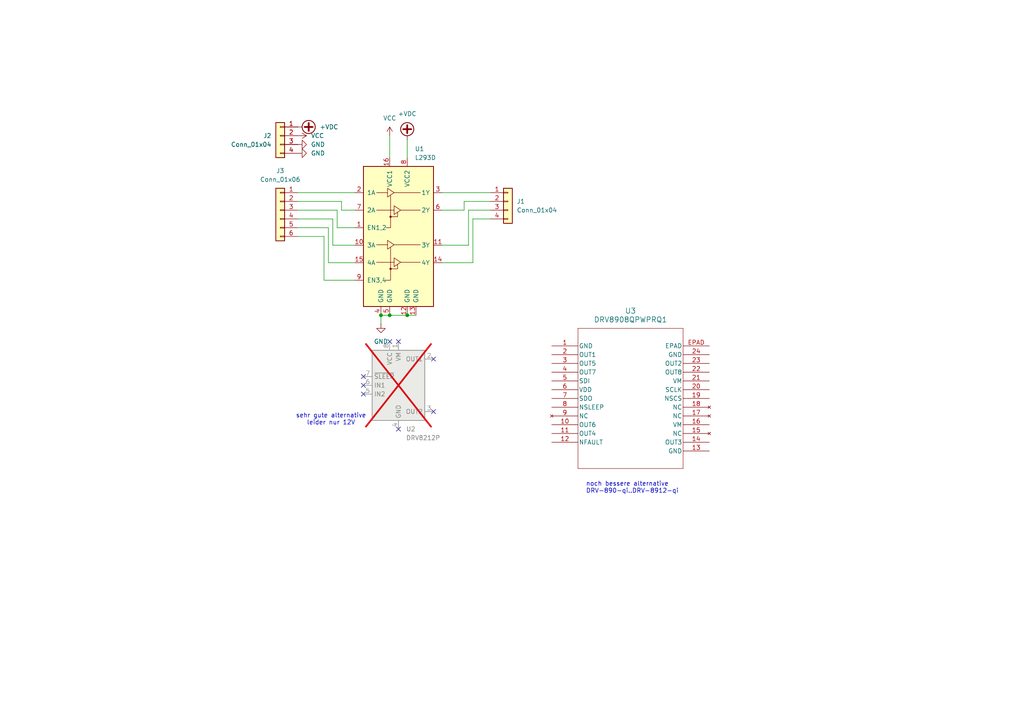
<source format=kicad_sch>
(kicad_sch (version 20231120) (generator "eeschema") (generator_version "8.0")
  (paper "A4")
  (lib_symbols
    (symbol "Connector_Generic:Conn_01x04" (pin_names (offset 1.016) hide)
      (property "Reference" "J" (at 0 5.08 0))
      (property "Value" "Conn_01x04" (at 0 -7.62 0))
      (symbol "Conn_01x04_1_1"
        (rectangle (start -1.27 -4.953) (end 0 -5.207) (stroke (width 0.1524)))
        (rectangle (start -1.27 -2.413) (end 0 -2.667) (stroke (width 0.1524)))
        (rectangle (start -1.27 0.127) (end 0 -0.127) (stroke (width 0.1524)))
        (rectangle (start -1.27 2.667) (end 0 2.413) (stroke (width 0.1524)))
        (rectangle (start -1.27 3.81) (end 1.27 -6.35) (stroke (width 0.254)) (fill (type background)))
        (pin passive line (at -5.08 2.54 0) (length 3.81) (name "Pin_1") (number "1"))
        (pin passive line (at -5.08 0 0) (length 3.81) (name "Pin_2") (number "2"))
        (pin passive line (at -5.08 -2.54 0) (length 3.81) (name "Pin_3") (number "3"))
        (pin passive line (at -5.08 -5.08 0) (length 3.81) (name "Pin_4") (number "4"))
      )
    )
    (symbol "Connector_Generic:Conn_01x06" (pin_names (offset 1.016) hide)
      (property "Reference" "J" (at 0 7.62 0))
      (property "Value" "Conn_01x06" (at 0 -10.16 0))
      (symbol "Conn_01x06_1_1"
        (rectangle (start -1.27 -7.493) (end 0 -7.747) (stroke (width 0.1524)))
        (rectangle (start -1.27 -4.953) (end 0 -5.207) (stroke (width 0.1524)))
        (rectangle (start -1.27 -2.413) (end 0 -2.667) (stroke (width 0.1524)))
        (rectangle (start -1.27 0.127) (end 0 -0.127) (stroke (width 0.1524)))
        (rectangle (start -1.27 2.667) (end 0 2.413) (stroke (width 0.1524)))
        (rectangle (start -1.27 5.207) (end 0 4.953) (stroke (width 0.1524)))
        (rectangle (start -1.27 6.35) (end 1.27 -8.89) (stroke (width 0.254)) (fill (type background)))
        (pin passive line (at -5.08 5.08 0) (length 3.81) (name "Pin_1") (number "1"))
        (pin passive line (at -5.08 2.54 0) (length 3.81) (name "Pin_2") (number "2"))
        (pin passive line (at -5.08 0 0) (length 3.81) (name "Pin_3") (number "3"))
        (pin passive line (at -5.08 -2.54 0) (length 3.81) (name "Pin_4") (number "4"))
        (pin passive line (at -5.08 -5.08 0) (length 3.81) (name "Pin_5") (number "5"))
        (pin passive line (at -5.08 -7.62 0) (length 3.81) (name "Pin_6") (number "6"))
      )
    )
    (symbol "DRV8908:DRV8908QPWPRQ1" (pin_names (offset 0.254))
      (property "Reference" "U" (at 22.86 10.16 0))
      (property "Value" "DRV8908QPWPRQ1" (at 22.86 7.62 0))
      (symbol "DRV8908QPWPRQ1_0_1"
        (polyline (pts (xy 7.62 -35.56) (xy 38.1 -35.56)) (stroke (width 0.127)))
        (polyline (pts (xy 7.62 5.08) (xy 7.62 -35.56)) (stroke (width 0.127)))
        (polyline (pts (xy 38.1 -35.56) (xy 38.1 5.08)) (stroke (width 0.127)))
        (polyline (pts (xy 38.1 5.08) (xy 7.62 5.08)) (stroke (width 0.127)))
        (pin power_in line (at 0 0 0) (length 7.62) (name "GND") (number "1"))
        (pin output line (at 0 -22.86 0) (length 7.62) (name "OUT6") (number "10"))
        (pin output line (at 0 -25.4 0) (length 7.62) (name "OUT4") (number "11"))
        (pin output line (at 0 -27.94 0) (length 7.62) (name "NFAULT") (number "12"))
        (pin power_in line (at 45.72 -30.48 180) (length 7.62) (name "GND") (number "13"))
        (pin output line (at 45.72 -27.94 180) (length 7.62) (name "OUT3") (number "14"))
        (pin no_connect line (at 45.72 -25.4 180) (length 7.62) (name "NC") (number "15"))
        (pin power_in line (at 45.72 -22.86 180) (length 7.62) (name "VM") (number "16"))
        (pin no_connect line (at 45.72 -20.32 180) (length 7.62) (name "NC") (number "17"))
        (pin no_connect line (at 45.72 -17.78 180) (length 7.62) (name "NC") (number "18"))
        (pin input line (at 45.72 -15.24 180) (length 7.62) (name "NSCS") (number "19"))
        (pin output line (at 0 -2.54 0) (length 7.62) (name "OUT1") (number "2"))
        (pin input line (at 45.72 -12.7 180) (length 7.62) (name "SCLK") (number "20"))
        (pin power_in line (at 45.72 -10.16 180) (length 7.62) (name "VM") (number "21"))
        (pin output line (at 45.72 -7.62 180) (length 7.62) (name "OUT8") (number "22"))
        (pin output line (at 45.72 -5.08 180) (length 7.62) (name "OUT2") (number "23"))
        (pin power_in line (at 45.72 -2.54 180) (length 7.62) (name "GND") (number "24"))
        (pin output line (at 0 -5.08 0) (length 7.62) (name "OUT5") (number "3"))
        (pin output line (at 0 -7.62 0) (length 7.62) (name "OUT7") (number "4"))
        (pin input line (at 0 -10.16 0) (length 7.62) (name "SDI") (number "5"))
        (pin power_in line (at 0 -12.7 0) (length 7.62) (name "VDD") (number "6"))
        (pin output line (at 0 -15.24 0) (length 7.62) (name "SDO") (number "7"))
        (pin input line (at 0 -17.78 0) (length 7.62) (name "NSLEEP") (number "8"))
        (pin no_connect line (at 0 -20.32 0) (length 7.62) (name "NC") (number "9"))
        (pin unspecified line (at 45.72 0 180) (length 7.62) (name "EPAD") (number "EPAD"))
      )
    )
    (symbol "Driver_Motor:DRV8212P"
      (property "Reference" "U" (at 6.35 11.43 0))
      (property "Value" "DRV8212P" (at -10.16 11.43 0))
      (symbol "DRV8212P_0_1"
        (rectangle (start -7.62 10.16) (end 7.62 -10.16) (stroke (width 0.254)) (fill (type background)))
      )
      (symbol "DRV8212P_1_1"
        (pin power_in line (at 0 12.7 270) (length 2.54) (name "VM") (number "1"))
        (pin output line (at 10.16 7.62 180) (length 2.54) (name "OUT1") (number "2"))
        (pin output line (at 10.16 -7.62 180) (length 2.54) (name "OUT2") (number "3"))
        (pin power_in line (at 0 -12.7 90) (length 2.54) (name "GND") (number "4"))
        (pin input line (at -10.16 -2.54 0) (length 2.54) (name "IN2") (number "5"))
        (pin input line (at -10.16 0 0) (length 2.54) (name "IN1") (number "6"))
        (pin input line (at -10.16 2.54 0) (length 2.54) (name "~{SLEEP}") (number "7"))
        (pin power_in line (at -2.54 12.7 270) (length 2.54) (name "VCC") (number "8"))
        (pin passive line (at 0 -12.7 90) (length 2.54) hide (name "GND") (number "9"))
      )
    )
    (symbol "Driver_Motor:L293D" (pin_names (offset 1.016))
      (property "Reference" "U" (at -5.08 26.035 0))
      (property "Value" "L293D" (at -5.08 24.13 0))
      (symbol "L293D_0_1"
        (rectangle (start -10.16 22.86) (end 10.16 -17.78) (stroke (width 0.254)) (fill (type background)))
        (circle (center -2.286 -6.858) (radius 0.254) (fill (type outline)))
        (circle (center -2.286 8.255) (radius 0.254) (fill (type outline)))
        (polyline (pts (xy -6.35 -4.953) (xy -1.27 -4.953)))
        (polyline (pts (xy -6.35 0.127) (xy -3.175 0.127)))
        (polyline (pts (xy -6.35 10.16) (xy -1.27 10.16)))
        (polyline (pts (xy -6.35 15.24) (xy -3.175 15.24)))
        (polyline (pts (xy -1.27 0.127) (xy 6.35 0.127)))
        (polyline (pts (xy -1.27 15.24) (xy 6.35 15.24)))
        (polyline (pts (xy 0.635 -4.953) (xy 6.35 -4.953)))
        (polyline (pts (xy 0.635 10.16) (xy 6.35 10.16)))
        (polyline (pts (xy -2.286 -6.858) (xy -0.254 -6.858) (xy -0.254 -5.588)))
        (polyline (pts (xy -2.286 -0.635) (xy -2.286 -10.16) (xy -3.556 -10.16)))
        (polyline (pts (xy -2.286 8.255) (xy -0.254 8.255) (xy -0.254 9.525)))
        (polyline (pts (xy -2.286 14.478) (xy -2.286 5.08) (xy -3.556 5.08)))
        (polyline (pts (xy -3.175 1.397) (xy -3.175 -1.143) (xy -1.27 0.127) (xy -3.175 1.397)))
        (polyline (pts (xy -3.175 16.51) (xy -3.175 13.97) (xy -1.27 15.24) (xy -3.175 16.51)))
        (polyline (pts (xy -1.27 -3.683) (xy -1.27 -6.223) (xy 0.635 -4.953) (xy -1.27 -3.683)))
        (polyline (pts (xy -1.27 11.43) (xy -1.27 8.89) (xy 0.635 10.16) (xy -1.27 11.43)))
      )
      (symbol "L293D_1_1"
        (pin input line (at -12.7 5.08 0) (length 2.54) (name "EN1,2") (number "1"))
        (pin input line (at -12.7 0 0) (length 2.54) (name "3A") (number "10"))
        (pin output line (at 12.7 0 180) (length 2.54) (name "3Y") (number "11"))
        (pin power_in line (at 2.54 -20.32 90) (length 2.54) (name "GND") (number "12"))
        (pin power_in line (at 5.08 -20.32 90) (length 2.54) (name "GND") (number "13"))
        (pin output line (at 12.7 -5.08 180) (length 2.54) (name "4Y") (number "14"))
        (pin input line (at -12.7 -5.08 0) (length 2.54) (name "4A") (number "15"))
        (pin power_in line (at -2.54 25.4 270) (length 2.54) (name "VCC1") (number "16"))
        (pin input line (at -12.7 15.24 0) (length 2.54) (name "1A") (number "2"))
        (pin output line (at 12.7 15.24 180) (length 2.54) (name "1Y") (number "3"))
        (pin power_in line (at -5.08 -20.32 90) (length 2.54) (name "GND") (number "4"))
        (pin power_in line (at -2.54 -20.32 90) (length 2.54) (name "GND") (number "5"))
        (pin output line (at 12.7 10.16 180) (length 2.54) (name "2Y") (number "6"))
        (pin input line (at -12.7 10.16 0) (length 2.54) (name "2A") (number "7"))
        (pin power_in line (at 2.54 25.4 270) (length 2.54) (name "VCC2") (number "8"))
        (pin input line (at -12.7 -10.16 0) (length 2.54) (name "EN3,4") (number "9"))
      )
    )
    (symbol "power:+VDC" (power) (pin_numbers hide) (pin_names (offset 0) hide)
      (property "Value" "+VDC" (at 0 6.35 0))
      (symbol "+VDC_0_1"
        (polyline (pts (xy -1.143 3.175) (xy 1.143 3.175)) (stroke (width 0.508)))
        (polyline (pts (xy 0 0) (xy 0 1.27)))
        (polyline (pts (xy 0 2.032) (xy 0 4.318)) (stroke (width 0.508)))
        (circle (center 0 3.175) (radius 1.905) (stroke (width 0.254)))
      )
      (symbol "+VDC_1_1"
        (pin power_in line (at 0 0 90) (length 0) (name "~") (number "1"))
      )
    )
    (symbol "power:GND" (power) (pin_numbers hide) (pin_names (offset 0) hide)
      (property "Value" "GND" (at 0 -3.81 0))
      (symbol "GND_0_1"
        (polyline (pts (xy 0 0) (xy 0 -1.27) (xy 1.27 -1.27) (xy 0 -2.54) (xy -1.27 -1.27) (xy 0 -1.27)))
      )
      (symbol "GND_1_1"
        (pin power_in line (at 0 0 270) (length 0) (name "~") (number "1"))
      )
    )
    (symbol "power:VCC" (power) (pin_numbers hide) (pin_names (offset 0) hide)
      (property "Value" "VCC" (at 0 3.556 0))
      (symbol "VCC_0_1"
        (polyline (pts (xy -0.762 1.27) (xy 0 2.54)))
        (polyline (pts (xy 0 0) (xy 0 2.54)))
        (polyline (pts (xy 0 2.54) (xy 0.762 1.27)))
      )
      (symbol "VCC_1_1"
        (pin power_in line (at 0 0 90) (length 0) (name "~") (number "1"))
      )
    )
  )
  (junction (at 118.11 91.44))
  (junction (at 110.49 91.44))
  (junction (at 113.03 91.44))
  (no_connect (at 105.41 109.22))
  (no_connect (at 125.73 119.38))
  (no_connect (at 113.03 99.06))
  (no_connect (at 115.57 124.46))
  (no_connect (at 105.41 114.3))
  (no_connect (at 105.41 111.76))
  (no_connect (at 125.73 104.14))
  (no_connect (at 115.57 99.06))
  (wire (pts (xy 118.11 91.44) (xy 120.65 91.44)))
  (wire (pts (xy 96.52 71.12) (xy 96.52 63.5)))
  (wire (pts (xy 99.06 60.96) (xy 99.06 58.42)))
  (wire (pts (xy 95.25 66.04) (xy 86.36 66.04)))
  (wire (pts (xy 113.03 39.37) (xy 113.03 45.72)))
  (wire (pts (xy 135.89 60.96) (xy 135.89 71.12)))
  (wire (pts (xy 99.06 58.42) (xy 86.36 58.42)))
  (wire (pts (xy 142.24 60.96) (xy 135.89 60.96)))
  (wire (pts (xy 128.27 60.96) (xy 134.62 60.96)))
  (wire (pts (xy 137.16 63.5) (xy 137.16 76.2)))
  (wire (pts (xy 134.62 58.42) (xy 142.24 58.42)))
  (wire (pts (xy 102.87 76.2) (xy 95.25 76.2)))
  (wire (pts (xy 96.52 63.5) (xy 86.36 63.5)))
  (wire (pts (xy 135.89 71.12) (xy 128.27 71.12)))
  (wire (pts (xy 97.79 60.96) (xy 86.36 60.96)))
  (wire (pts (xy 142.24 63.5) (xy 137.16 63.5)))
  (wire (pts (xy 110.49 91.44) (xy 113.03 91.44)))
  (wire (pts (xy 134.62 60.96) (xy 134.62 58.42)))
  (wire (pts (xy 102.87 71.12) (xy 96.52 71.12)))
  (wire (pts (xy 118.11 40.64) (xy 118.11 45.72)))
  (wire (pts (xy 113.03 91.44) (xy 118.11 91.44)))
  (wire (pts (xy 86.36 55.88) (xy 102.87 55.88)))
  (wire (pts (xy 93.98 68.58) (xy 86.36 68.58)))
  (wire (pts (xy 102.87 60.96) (xy 99.06 60.96)))
  (wire (pts (xy 93.98 81.28) (xy 93.98 68.58)))
  (wire (pts (xy 97.79 66.04) (xy 97.79 60.96)))
  (wire (pts (xy 128.27 55.88) (xy 142.24 55.88)))
  (wire (pts (xy 137.16 76.2) (xy 128.27 76.2)))
  (wire (pts (xy 102.87 66.04) (xy 97.79 66.04)))
  (wire (pts (xy 95.25 76.2) (xy 95.25 66.04)))
  (wire (pts (xy 102.87 81.28) (xy 93.98 81.28)))
  (wire (pts (xy 110.49 91.44) (xy 110.49 93.98)))
  (text "sehr gute alternative\nleider nur 12V" (at 96.012 121.666 0) (effects (font (size 1.27 1.27))))
  (text "noch bessere alternative\nDRV-890-qi..DRV-8912-qi" (at 169.926 141.478 0) (effects (font (size 1.27 1.27)) (justify left)))
  (symbol (lib_id "power:GND") (at 86.36 41.91 90) (unit 1)
    (property "Reference" "#PWR05" (effects (hide yes)))
    (property "Value" "GND" (at 90.17 41.9099 90) (effects (justify right)))
    (property "Description" "Power symbol creates a global label with name \"GND\" , ground" (effects (hide yes)))
  )
  (symbol (lib_id "power:GND") (at 110.49 93.98 0) (unit 1)
    (property "Reference" "#PWR01" (effects (hide yes)))
    (property "Value" "GND" (at 110.49 99.06 0))
    (property "Description" "Power symbol creates a global label with name \"GND\" , ground" (effects (hide yes)))
  )
  (symbol (lib_id "power:+VDC") (at 86.36 36.83 270) (unit 1)
    (property "Reference" "#PWR07" (effects (hide yes)))
    (property "Value" "+VDC" (at 92.71 36.8299 90) (effects (justify left)))
    (property "Description" "Power symbol creates a global label with name \"+VDC\"" (effects (hide yes)))
  )
  (symbol (lib_id "power:GND") (at 86.36 44.45 90) (unit 1)
    (property "Reference" "#PWR04" (effects (hide yes)))
    (property "Value" "GND" (at 90.17 44.4499 90) (effects (justify right)))
    (property "Description" "Power symbol creates a global label with name \"GND\" , ground" (effects (hide yes)))
  )
  (symbol (lib_id "power:+VDC") (at 118.11 40.64 0) (unit 1)
    (property "Reference" "#PWR02" (effects (hide yes)))
    (property "Value" "+VDC" (at 118.11 33.02 0))
    (property "Description" "Power symbol creates a global label with name \"+VDC\"" (effects (hide yes)))
  )
  (symbol (lib_id "Connector_Generic:Conn_01x06") (at 81.28 60.96 0) (mirror y) (unit 1)
    (property "Reference" "J3" (at 81.28 49.53 0))
    (property "Value" "Conn_01x06" (at 81.28 52.07 0))
    (property "Footprint" "Connector_PinHeader_2.54mm:PinHeader_1x06_P2.54mm_Vertical" (effects (hide yes)))
    (property "Description" "Generic connector, single row, 01x06, script generated (kicad-library-utils/schlib/autogen/connector/)" (effects (hide yes)))
  )
  (symbol (lib_id "Driver_Motor:DRV8212P") (at 115.57 111.76 0) (unit 1) (dnp yes)
    (property "Reference" "U2" (at 117.7641 124.46 0) (effects (justify left)))
    (property "Value" "DRV8212P" (at 117.7641 127 0) (effects (justify left)))
    (property "Footprint" "Package_SON:WSON-8-1EP_2x2mm_P0.5mm_EP0.9x1.6mm_ThermalVias" (effects (hide yes)))
    (property "Datasheet" "https://www.ti.com/lit/ds/symlink/drv8212p.pdf" (effects (hide yes)))
    (property "Description" "H-Bridge driver, 4A, Low Voltage, PWM input, WSON-8" (effects (hide yes)))
  )
  (symbol (lib_id "DRV8908:DRV8908QPWPRQ1") (at 160.02 100.33 0) (unit 1)
    (property "Reference" "U3" (at 182.88 90.17 0) (effects (font (size 1.524 1.524))))
    (property "Value" "DRV8908QPWPRQ1" (at 182.88 92.71 0) (effects (font (size 1.524 1.524))))
    (property "Footprint" "DRV8908:PWP24_4P5X7P9_TEX" (effects (hide yes)))
    (property "Datasheet" "DRV8908QPWPRQ1" (effects (hide yes)))
  )
  (symbol (lib_id "Connector_Generic:Conn_01x04") (at 81.28 39.37 0) (mirror y) (unit 1)
    (property "Reference" "J2" (at 78.74 39.3699 0) (effects (justify left)))
    (property "Value" "Conn_01x04" (at 78.74 41.9099 0) (effects (justify left)))
    (property "Footprint" "Connector_PinHeader_2.54mm:PinHeader_1x04_P2.54mm_Vertical" (effects (hide yes)))
    (property "Description" "Generic connector, single row, 01x04, script generated (kicad-library-utils/schlib/autogen/connector/)" (effects (hide yes)))
  )
  (symbol (lib_id "Connector_Generic:Conn_01x04") (at 147.32 58.42 0) (unit 1)
    (property "Reference" "J1" (at 149.86 58.4199 0) (effects (justify left)))
    (property "Value" "Conn_01x04" (at 149.86 60.9599 0) (effects (justify left)))
    (property "Footprint" "Connector_PinHeader_2.54mm:PinHeader_1x04_P2.54mm_Vertical" (effects (hide yes)))
    (property "Description" "Generic connector, single row, 01x04, script generated (kicad-library-utils/schlib/autogen/connector/)" (effects (hide yes)))
  )
  (symbol (lib_id "power:VCC") (at 113.03 39.37 0) (unit 1)
    (property "Reference" "#PWR03" (effects (hide yes)))
    (property "Value" "VCC" (at 113.03 34.29 0))
    (property "Description" "Power symbol creates a global label with name \"VCC\"" (effects (hide yes)))
  )
  (symbol (lib_id "Driver_Motor:L293D") (at 115.57 71.12 0) (unit 1)
    (property "Reference" "U1" (at 120.3041 43.18 0) (effects (justify left)))
    (property "Value" "L293D" (at 120.3041 45.72 0) (effects (justify left)))
    (property "Footprint" "Package_DIP:DIP-16_W7.62mm" (effects (hide yes)))
    (property "Datasheet" "http://www.ti.com/lit/ds/symlink/l293.pdf" (effects (hide yes)))
    (property "Description" "Quadruple Half-H Drivers" (effects (hide yes)))
  )
  (symbol (lib_id "power:VCC") (at 86.36 39.37 270) (unit 1)
    (property "Reference" "#PWR06" (effects (hide yes)))
    (property "Value" "VCC" (at 90.17 39.3699 90) (effects (justify left)))
    (property "Description" "Power symbol creates a global label with name \"VCC\"" (effects (hide yes)))
  )
)
</source>
